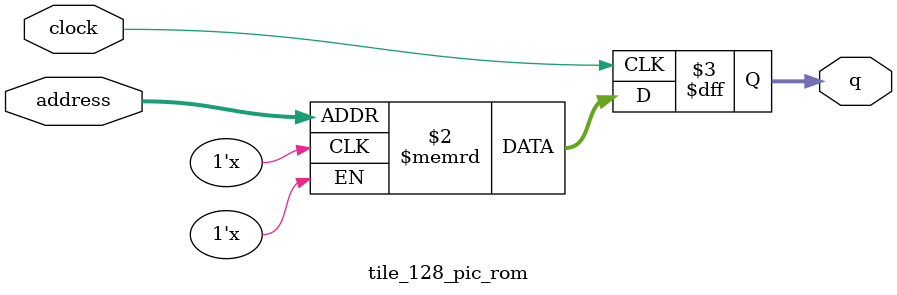
<source format=sv>
module tile_128_pic_rom (
	input logic clock,
	input logic [11:0] address,
	output logic [4:0] q
);

logic [4:0] memory [0:3071] /* synthesis ram_init_file = "./128 tile drawing/128 tile drawing.mif" */;

always_ff @ (posedge clock) begin
	q <= memory[address];
end

endmodule

</source>
